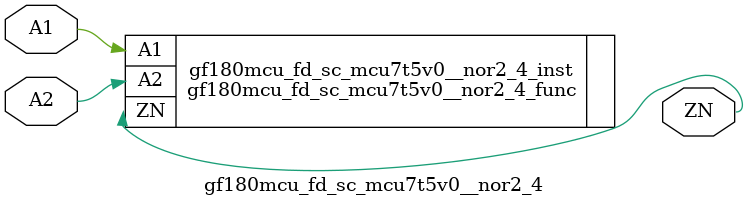
<source format=v>

module gf180mcu_fd_sc_mcu7t5v0__nor2_4( ZN, A2, A1 );
input A1, A2;
output ZN;

   `ifdef FUNCTIONAL  //  functional //

	gf180mcu_fd_sc_mcu7t5v0__nor2_4_func gf180mcu_fd_sc_mcu7t5v0__nor2_4_behav_inst(.ZN(ZN),.A2(A2),.A1(A1));

   `else

	gf180mcu_fd_sc_mcu7t5v0__nor2_4_func gf180mcu_fd_sc_mcu7t5v0__nor2_4_inst(.ZN(ZN),.A2(A2),.A1(A1));

	// spec_gates_begin


	// spec_gates_end



   specify

	// specify_block_begin

	// comb arc A1 --> ZN
	 (A1 => ZN) = (1.0,1.0);

	// comb arc A2 --> ZN
	 (A2 => ZN) = (1.0,1.0);

	// specify_block_end

   endspecify

   `endif

endmodule

</source>
